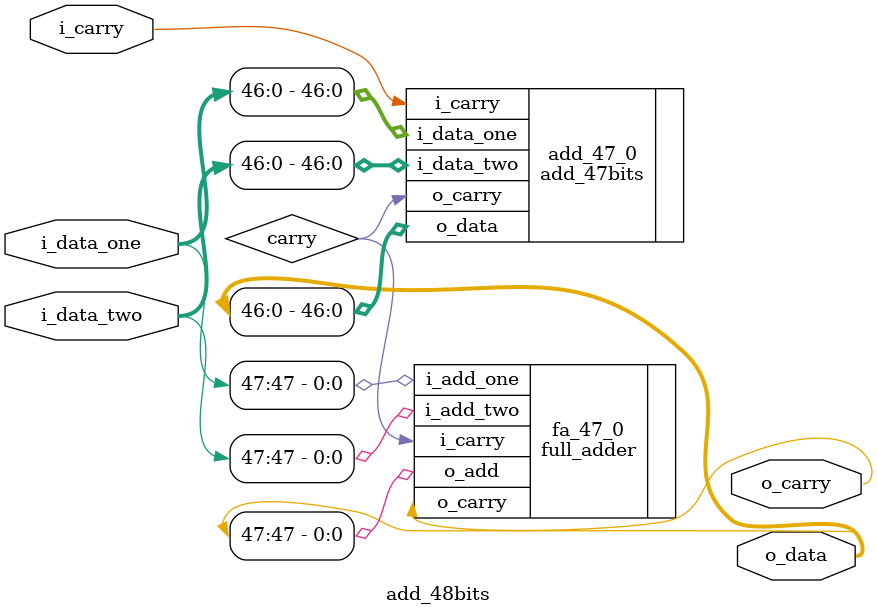
<source format=sv>
module add_48bits(
  input logic  [47:0] i_data_one,
  input logic  [47:0] i_data_two,
  input logic         i_carry,
  
  output logic [47:0] o_data,
  output logic        o_carry
);

  logic carry;

  add_47bits add_47_0(
    .i_data_one (i_data_one[46:0]),
    .i_data_two (i_data_two[46:0]),
    .i_carry    (i_carry),
    .o_data     (o_data[46:0]),
    .o_carry    (carry)
  );
  
  full_adder fa_47_0(
    .i_add_one (i_data_one[47]),
    .i_add_two (i_data_two[47]),
    .i_carry   (carry),
    .o_add     (o_data[47]),
    .o_carry   (o_carry)
  );

endmodule
</source>
